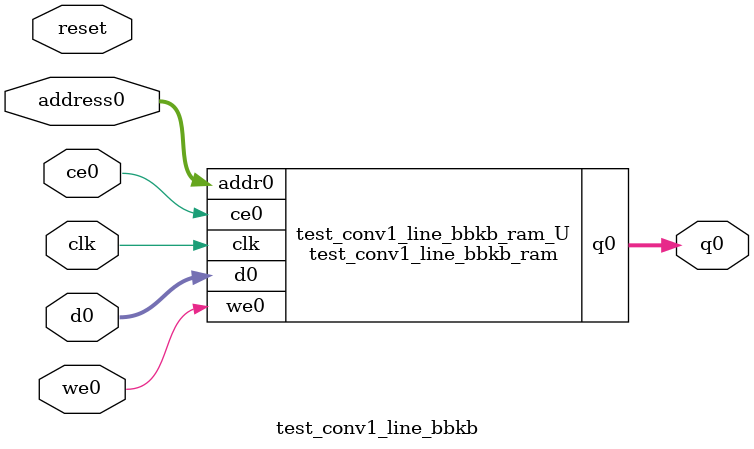
<source format=v>
`timescale 1 ns / 1 ps
module test_conv1_line_bbkb_ram (addr0, ce0, d0, we0, q0,  clk);

parameter DWIDTH = 8;
parameter AWIDTH = 9;
parameter MEM_SIZE = 322;

input[AWIDTH-1:0] addr0;
input ce0;
input[DWIDTH-1:0] d0;
input we0;
output reg[DWIDTH-1:0] q0;
input clk;

(* ram_style = "block" *)reg [DWIDTH-1:0] ram[0:MEM_SIZE-1];




always @(posedge clk)  
begin 
    if (ce0) begin
        if (we0) 
            ram[addr0] <= d0; 
        q0 <= ram[addr0];
    end
end


endmodule

`timescale 1 ns / 1 ps
module test_conv1_line_bbkb(
    reset,
    clk,
    address0,
    ce0,
    we0,
    d0,
    q0);

parameter DataWidth = 32'd8;
parameter AddressRange = 32'd322;
parameter AddressWidth = 32'd9;
input reset;
input clk;
input[AddressWidth - 1:0] address0;
input ce0;
input we0;
input[DataWidth - 1:0] d0;
output[DataWidth - 1:0] q0;



test_conv1_line_bbkb_ram test_conv1_line_bbkb_ram_U(
    .clk( clk ),
    .addr0( address0 ),
    .ce0( ce0 ),
    .we0( we0 ),
    .d0( d0 ),
    .q0( q0 ));

endmodule


</source>
